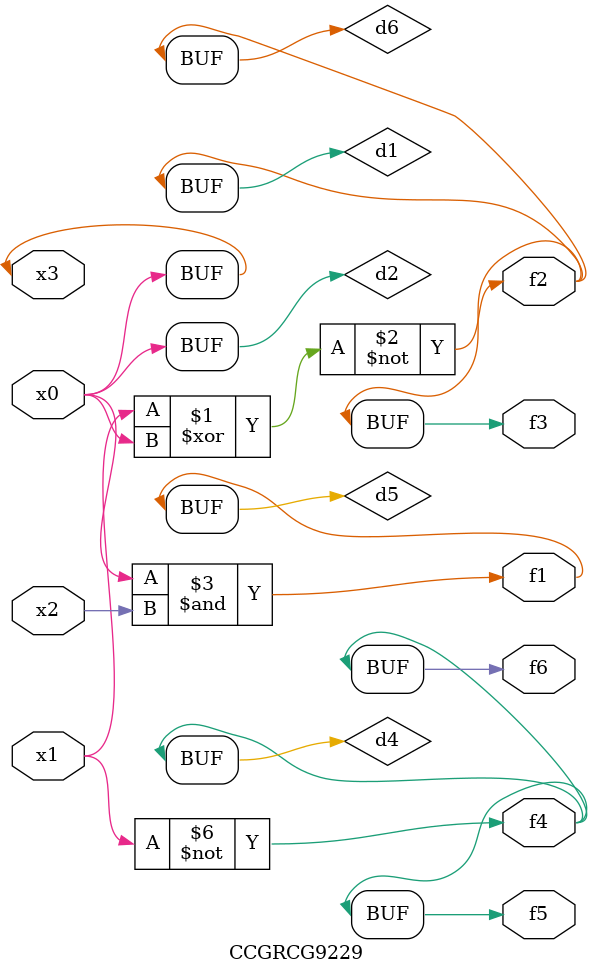
<source format=v>
module CCGRCG9229(
	input x0, x1, x2, x3,
	output f1, f2, f3, f4, f5, f6
);

	wire d1, d2, d3, d4, d5, d6;

	xnor (d1, x1, x3);
	buf (d2, x0, x3);
	nand (d3, x0, x2);
	not (d4, x1);
	nand (d5, d3);
	or (d6, d1);
	assign f1 = d5;
	assign f2 = d6;
	assign f3 = d6;
	assign f4 = d4;
	assign f5 = d4;
	assign f6 = d4;
endmodule

</source>
